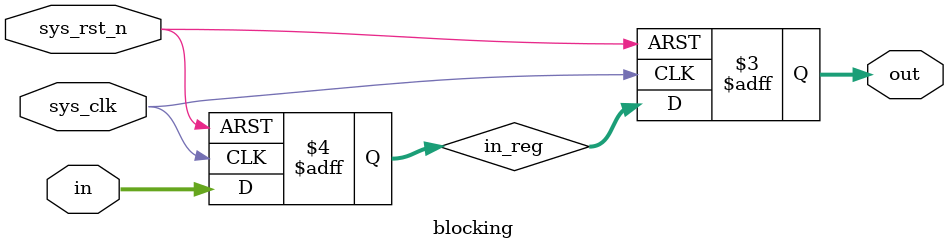
<source format=v>
module  blocking
(
    input   wire            sys_clk     ,
    input   wire            sys_rst_n   ,
    input   wire    [1:0]   in          ,

    output  reg     [1:0]   out
);

reg [1:0] in_reg  ;

always@(posedge sys_clk or negedge sys_rst_n)
    if(sys_rst_n == 1'b0)
        begin
            in_reg  <= 2'b0;
            out     <= 2'b0;
        end
    else
        begin
            in_reg  <= in;
            out     <= in_reg;
        end

endmodule
</source>
